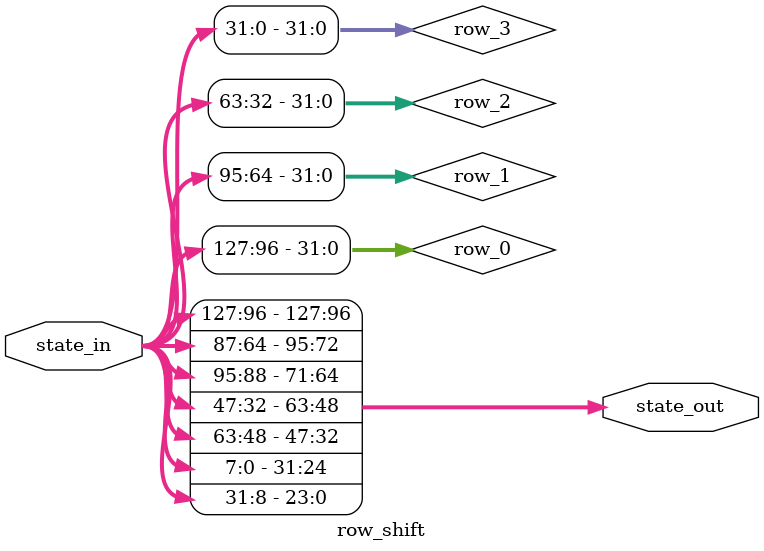
<source format=v>
`timescale 1ns / 1ps

module row_shift(
    input [127:0] state_in,   
    output [127:0] state_out  
);

    wire [31:0] row_0, row_1, row_2, row_3;
    
    assign row_0 = state_in[127:96];  
    assign row_1 = state_in[95:64];  
    assign row_2 = state_in[63:32];   
    assign row_3 = state_in[31:0];    

    assign state_out[127:96]   = row_0;                  
    assign state_out[95:64]    = {row_1[23:0], row_1[31:24]}; 
    assign state_out[63:32]    = {row_2[15:0], row_2[31:16]}; 
    assign state_out[31:0]     = {row_3[7:0], row_3[31:8]};   

endmodule

</source>
